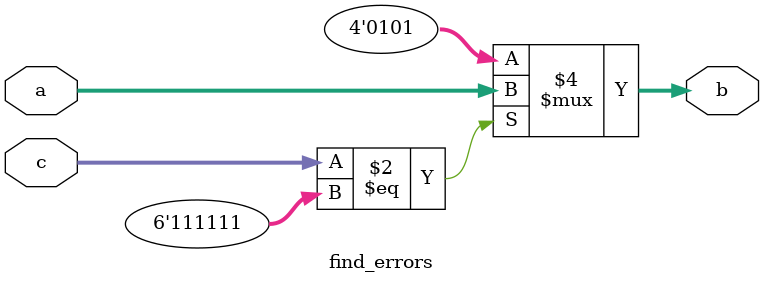
<source format=v>
/*//////////////////////////////////////////////////////////////////////////////
//                                                                            //
//               Application Assignment Problem 2 Module 3 Course 2           //
//                                                                            //
////////////////////////////////////////////////////////////////////////////////
//
// [Replace [items in brackets] with your content]
// @file AAC2M1P2.vhd
// @brief Application Assignment 2-007 Example code with errors to be found
// @version: 1.0 
// Date of current revision:  @date 2019-06-20  
// Target FPGA: [Intel Altera MAX10] 
// Tools used: [Quartus Prime 16.1 or Sigasi] for editing and/or synthesis 
//             [Modeltech ModelSIM 10.4a Student Edition] for simulation 
//             [Quartus Prime 16.1]  for place and route if applied
//             
//  Functional Description:  This file contains the Verilog which describes the 
//               FPGA implementation of a fixed/variable 4-bit mux. The inputs 
//               are a, a 4-bit vector, a fixed 4-bit vector, and c, a 6-bit
//               selector, with b, a 4-bit vector as the output.  

//  Hierarchy:  There is only one level in this simple design.
//  
//  Designed by:  @author [your name] 
//                [Organization]
//                [email] 
// 
//      Copyright (c) 2019 by Tim Scherr
//
// Redistribution, modification or use of this software in source or binary
// forms is permitted as long as the files maintain this copyright. Users are
// permitted to modify this and use it to learn about the field of HDl code.
// Tim Scherr and the University of Colorado are not liable for any misuse
// of this material.
//////////////////////////////////////////////////////////////////////////////
// 
*/
//module find_errors                           // line 1
//  input  a[0:3];                             // line 2
//  output [3:0]b;                             // line 3
//  input [5:0]c                               // line 4
//                                             // line 5
//  wire [0:3]aw;                              // line 6
//  wire [3:0]bw;                              // line 7
//  reg [5:0]creg                              // line 8
//begin                                        // line 9
//  assign aw = a;                             // line 10
//  assign b = bw;                             // line 11
//  assign creg = c;                           // line 12
//always                                       // line 13 
//  begin                                      // line 14
//    if (creg = 4'h F)   //creg is all 1s     // line 15 
//       bw <= aw;                             // line 16  
//    else                                     // line 17
//     bw <= '0101';                           // line 18   
//    end;                                     // line 19
//  end process;                               // line 20  
//end                                          // line 21   

module find_errors (
	input [3:0] a,
	input [5:0] c,
	output reg [3:0] b
);    

	always @(a, c)
		begin

		if (c == 6'b111111)
			b = a;
		else
			b = 4'b0101; 
		end
endmodule

</source>
